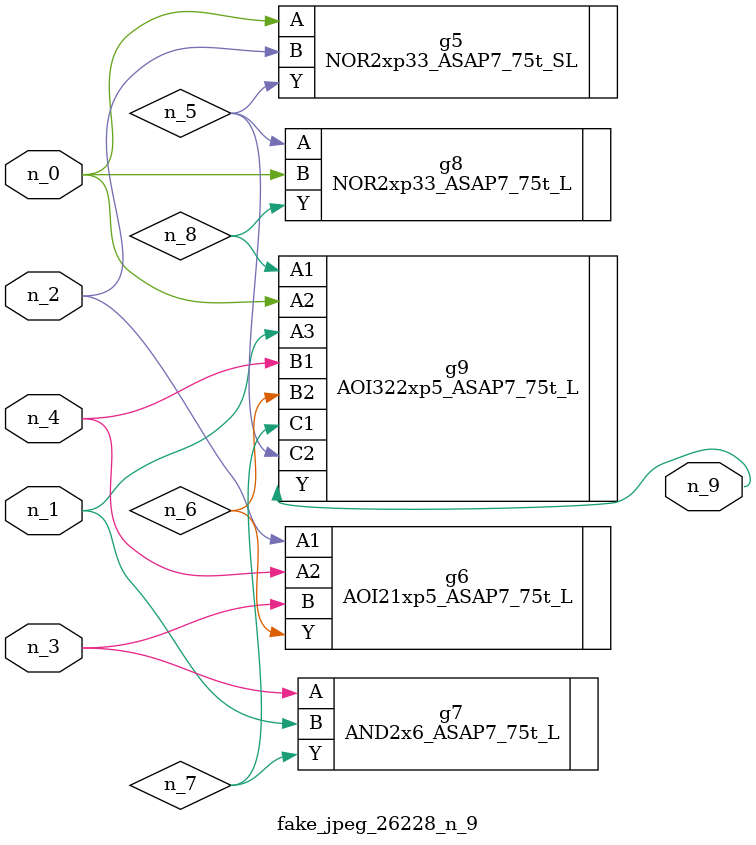
<source format=v>
module fake_jpeg_26228_n_9 (n_3, n_2, n_1, n_0, n_4, n_9);

input n_3;
input n_2;
input n_1;
input n_0;
input n_4;

output n_9;

wire n_8;
wire n_6;
wire n_5;
wire n_7;

NOR2xp33_ASAP7_75t_SL g5 ( 
.A(n_0),
.B(n_2),
.Y(n_5)
);

AOI21xp5_ASAP7_75t_L g6 ( 
.A1(n_2),
.A2(n_4),
.B(n_3),
.Y(n_6)
);

AND2x6_ASAP7_75t_L g7 ( 
.A(n_3),
.B(n_1),
.Y(n_7)
);

NOR2xp33_ASAP7_75t_L g8 ( 
.A(n_5),
.B(n_0),
.Y(n_8)
);

AOI322xp5_ASAP7_75t_L g9 ( 
.A1(n_8),
.A2(n_0),
.A3(n_1),
.B1(n_4),
.B2(n_6),
.C1(n_7),
.C2(n_5),
.Y(n_9)
);


endmodule
</source>
